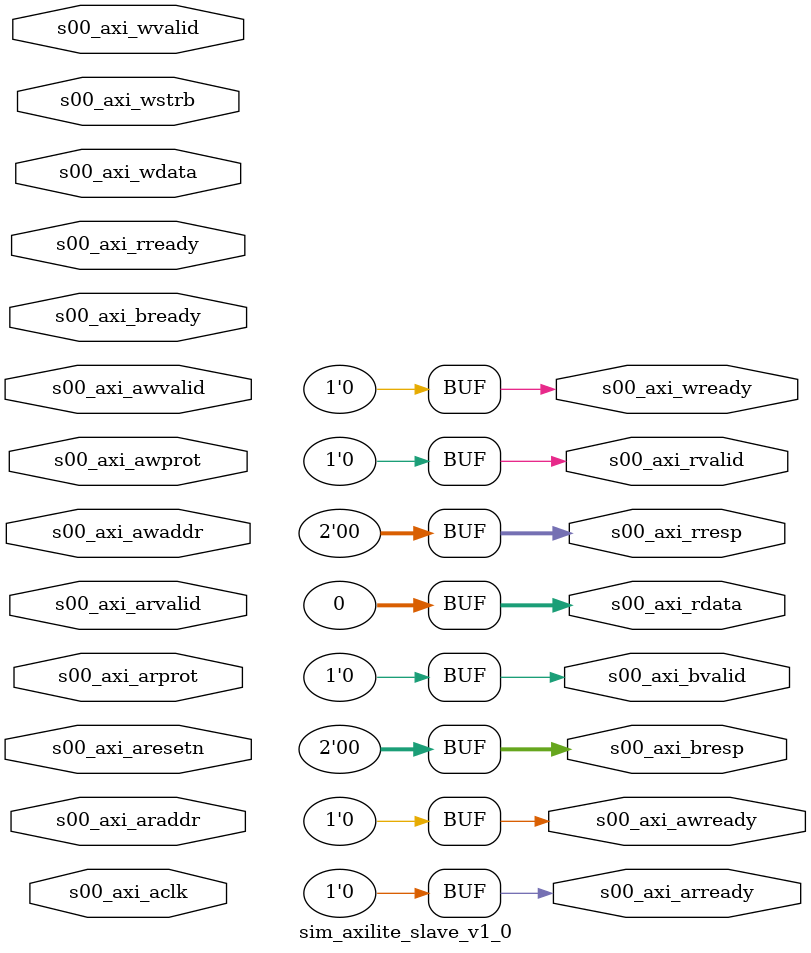
<source format=v>

`timescale 1 ns / 1 ps

	module sim_axilite_slave_v1_0 #
	(
		parameter integer C_S00_AXI_DATA_WIDTH	= 32,
		parameter integer C_S00_AXI_ADDR_WIDTH	= 4
	)
	(
		input wire  s00_axi_aclk,
		input wire  s00_axi_aresetn,
		input wire [C_S00_AXI_ADDR_WIDTH-1 : 0] s00_axi_awaddr,
		input wire [2 : 0] s00_axi_awprot,
		input wire  s00_axi_awvalid,
		output wire  s00_axi_awready,
		input wire [C_S00_AXI_DATA_WIDTH-1 : 0] s00_axi_wdata,
		input wire [(C_S00_AXI_DATA_WIDTH/8)-1 : 0] s00_axi_wstrb,
		input wire  s00_axi_wvalid,
		output wire  s00_axi_wready,
		output wire [1 : 0] s00_axi_bresp,
		output wire  s00_axi_bvalid,
		input wire  s00_axi_bready,
		input wire [C_S00_AXI_ADDR_WIDTH-1 : 0] s00_axi_araddr,
		input wire [2 : 0] s00_axi_arprot,
		input wire  s00_axi_arvalid,
		output wire  s00_axi_arready,
		output wire [C_S00_AXI_DATA_WIDTH-1 : 0] s00_axi_rdata,
		output wire [1 : 0] s00_axi_rresp,
		output wire  s00_axi_rvalid,
		input wire  s00_axi_rready
	);
		assign  s00_axi_awready = 1'b0 ;
		assign  s00_axi_wready  = 1'b0 ;
		assign  s00_axi_bresp   = 2'b0 ;
		assign  s00_axi_bvalid  = 1'b0 ;
		assign  s00_axi_arready = 1'b0 ;
		assign  s00_axi_rdata   = {C_S00_AXI_DATA_WIDTH{1'b0}} ;
		assign  s00_axi_rresp   = 2'b0 ;
		assign  s00_axi_rvalid  = 1'b0 ;

	endmodule



</source>
